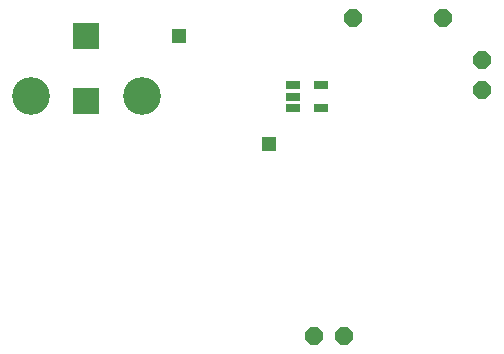
<source format=gts>
G75*
%MOIN*%
%OFA0B0*%
%FSLAX25Y25*%
%IPPOS*%
%LPD*%
%AMOC8*
5,1,8,0,0,1.08239X$1,22.5*
%
%ADD10OC8,0.06000*%
%ADD11R,0.05131X0.03162*%
%ADD12R,0.09068X0.09068*%
%ADD13C,0.12611*%
%ADD14R,0.04762X0.04762*%
D10*
X0109000Y0031000D03*
X0119000Y0031000D03*
X0165000Y0113000D03*
X0165000Y0123000D03*
X0152000Y0137000D03*
X0122000Y0137000D03*
D11*
X0111252Y0114480D03*
X0111252Y0107000D03*
X0102000Y0107000D03*
X0102000Y0110740D03*
X0102000Y0114480D03*
D12*
X0033000Y0109173D03*
X0033000Y0130827D03*
D13*
X0014496Y0110984D03*
X0051504Y0110984D03*
D14*
X0064000Y0131000D03*
X0094000Y0095000D03*
M02*

</source>
